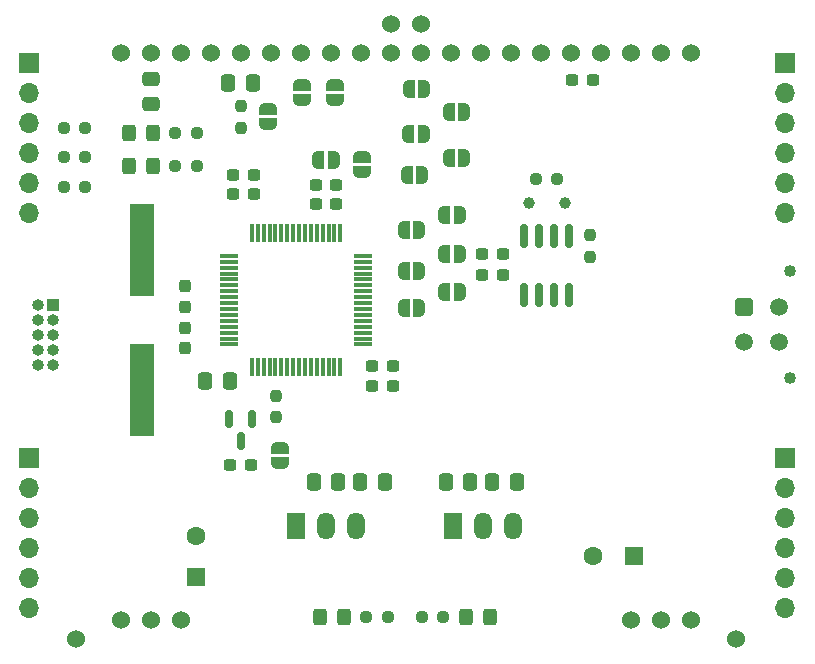
<source format=gbr>
%TF.GenerationSoftware,KiCad,Pcbnew,7.0.10*%
%TF.CreationDate,2024-04-14T19:03:43+02:00*%
%TF.ProjectId,DIC,4449432e-6b69-4636-9164-5f7063625858,rev?*%
%TF.SameCoordinates,Original*%
%TF.FileFunction,Soldermask,Bot*%
%TF.FilePolarity,Negative*%
%FSLAX46Y46*%
G04 Gerber Fmt 4.6, Leading zero omitted, Abs format (unit mm)*
G04 Created by KiCad (PCBNEW 7.0.10) date 2024-04-14 19:03:43*
%MOMM*%
%LPD*%
G01*
G04 APERTURE LIST*
G04 Aperture macros list*
%AMRoundRect*
0 Rectangle with rounded corners*
0 $1 Rounding radius*
0 $2 $3 $4 $5 $6 $7 $8 $9 X,Y pos of 4 corners*
0 Add a 4 corners polygon primitive as box body*
4,1,4,$2,$3,$4,$5,$6,$7,$8,$9,$2,$3,0*
0 Add four circle primitives for the rounded corners*
1,1,$1+$1,$2,$3*
1,1,$1+$1,$4,$5*
1,1,$1+$1,$6,$7*
1,1,$1+$1,$8,$9*
0 Add four rect primitives between the rounded corners*
20,1,$1+$1,$2,$3,$4,$5,0*
20,1,$1+$1,$4,$5,$6,$7,0*
20,1,$1+$1,$6,$7,$8,$9,0*
20,1,$1+$1,$8,$9,$2,$3,0*%
%AMFreePoly0*
4,1,19,0.500000,-0.750000,0.000000,-0.750000,0.000000,-0.744911,-0.071157,-0.744911,-0.207708,-0.704816,-0.327430,-0.627875,-0.420627,-0.520320,-0.479746,-0.390866,-0.500000,-0.250000,-0.500000,0.250000,-0.479746,0.390866,-0.420627,0.520320,-0.327430,0.627875,-0.207708,0.704816,-0.071157,0.744911,0.000000,0.744911,0.000000,0.750000,0.500000,0.750000,0.500000,-0.750000,0.500000,-0.750000,
$1*%
%AMFreePoly1*
4,1,19,0.000000,0.744911,0.071157,0.744911,0.207708,0.704816,0.327430,0.627875,0.420627,0.520320,0.479746,0.390866,0.500000,0.250000,0.500000,-0.250000,0.479746,-0.390866,0.420627,-0.520320,0.327430,-0.627875,0.207708,-0.704816,0.071157,-0.744911,0.000000,-0.744911,0.000000,-0.750000,-0.500000,-0.750000,-0.500000,0.750000,0.000000,0.750000,0.000000,0.744911,0.000000,0.744911,
$1*%
G04 Aperture macros list end*
%ADD10C,1.524000*%
%ADD11RoundRect,0.250000X0.475000X-0.337500X0.475000X0.337500X-0.475000X0.337500X-0.475000X-0.337500X0*%
%ADD12RoundRect,0.237500X-0.300000X-0.237500X0.300000X-0.237500X0.300000X0.237500X-0.300000X0.237500X0*%
%ADD13FreePoly0,90.000000*%
%ADD14FreePoly1,90.000000*%
%ADD15FreePoly0,270.000000*%
%ADD16FreePoly1,270.000000*%
%ADD17RoundRect,0.237500X-0.237500X0.250000X-0.237500X-0.250000X0.237500X-0.250000X0.237500X0.250000X0*%
%ADD18RoundRect,0.237500X0.250000X0.237500X-0.250000X0.237500X-0.250000X-0.237500X0.250000X-0.237500X0*%
%ADD19R,1.600000X1.600000*%
%ADD20C,1.600000*%
%ADD21RoundRect,0.250000X0.337500X0.475000X-0.337500X0.475000X-0.337500X-0.475000X0.337500X-0.475000X0*%
%ADD22RoundRect,0.150000X-0.150000X0.587500X-0.150000X-0.587500X0.150000X-0.587500X0.150000X0.587500X0*%
%ADD23RoundRect,0.237500X0.300000X0.237500X-0.300000X0.237500X-0.300000X-0.237500X0.300000X-0.237500X0*%
%ADD24RoundRect,0.250000X-0.337500X-0.475000X0.337500X-0.475000X0.337500X0.475000X-0.337500X0.475000X0*%
%ADD25FreePoly0,0.000000*%
%ADD26FreePoly1,0.000000*%
%ADD27R,1.700000X1.700000*%
%ADD28O,1.700000X1.700000*%
%ADD29RoundRect,0.237500X-0.250000X-0.237500X0.250000X-0.237500X0.250000X0.237500X-0.250000X0.237500X0*%
%ADD30RoundRect,0.250000X0.325000X0.450000X-0.325000X0.450000X-0.325000X-0.450000X0.325000X-0.450000X0*%
%ADD31RoundRect,0.237500X0.237500X-0.300000X0.237500X0.300000X-0.237500X0.300000X-0.237500X-0.300000X0*%
%ADD32RoundRect,0.237500X0.237500X-0.250000X0.237500X0.250000X-0.237500X0.250000X-0.237500X-0.250000X0*%
%ADD33R,1.000000X1.000000*%
%ADD34O,1.000000X1.000000*%
%ADD35R,1.500000X2.300000*%
%ADD36O,1.500000X2.300000*%
%ADD37R,2.000000X7.875000*%
%ADD38RoundRect,0.150000X0.150000X-0.825000X0.150000X0.825000X-0.150000X0.825000X-0.150000X-0.825000X0*%
%ADD39C,1.020000*%
%ADD40RoundRect,0.250001X-0.499999X0.499999X-0.499999X-0.499999X0.499999X-0.499999X0.499999X0.499999X0*%
%ADD41C,1.500000*%
%ADD42C,1.000000*%
%ADD43RoundRect,0.237500X-0.237500X0.300000X-0.237500X-0.300000X0.237500X-0.300000X0.237500X0.300000X0*%
%ADD44RoundRect,0.250000X-0.325000X-0.450000X0.325000X-0.450000X0.325000X0.450000X-0.325000X0.450000X0*%
%ADD45RoundRect,0.075000X-0.700000X-0.075000X0.700000X-0.075000X0.700000X0.075000X-0.700000X0.075000X0*%
%ADD46RoundRect,0.075000X-0.075000X-0.700000X0.075000X-0.700000X0.075000X0.700000X-0.075000X0.700000X0*%
G04 APERTURE END LIST*
D10*
%TO.C,U6*%
X21717000Y-61159000D03*
X24257000Y-61159000D03*
X26797000Y-61159000D03*
X64897000Y-61159000D03*
X67437000Y-61159000D03*
X69977000Y-61159000D03*
X69977000Y-13199000D03*
X67437000Y-13199000D03*
X64897000Y-13199000D03*
X62357000Y-13199000D03*
X59817000Y-13199000D03*
X57277000Y-13199000D03*
X54737000Y-13199000D03*
X52197000Y-13199000D03*
X49657000Y-13199000D03*
X47117000Y-13199000D03*
X44577000Y-13199000D03*
X42037000Y-13199000D03*
X39497000Y-13199000D03*
X36957000Y-13199000D03*
X34417000Y-13199000D03*
X31877000Y-13199000D03*
X29337000Y-13199000D03*
X26797000Y-13199000D03*
X24257000Y-13199000D03*
X21717000Y-13199000D03*
%TD*%
%TO.C,U4*%
X44577000Y-10733000D03*
X47117000Y-10733000D03*
X17907000Y-62803000D03*
X73787000Y-62803000D03*
%TD*%
D11*
%TO.C,C19*%
X24257000Y-17485500D03*
X24257000Y-15410500D03*
%TD*%
D12*
%TO.C,C18*%
X52350500Y-30164000D03*
X54075500Y-30164000D03*
%TD*%
D13*
%TO.C,J3*%
X37084000Y-17160000D03*
D14*
X37084000Y-15860000D03*
%TD*%
D15*
%TO.C,J10*%
X35179000Y-46579000D03*
D16*
X35179000Y-47879000D03*
%TD*%
D17*
%TO.C,R3*%
X34885000Y-42209500D03*
X34885000Y-44034500D03*
%TD*%
D18*
%TO.C,R2*%
X28177500Y-19939000D03*
X26352500Y-19939000D03*
%TD*%
D19*
%TO.C,C21*%
X28067000Y-57531000D03*
D20*
X28067000Y-54031000D03*
%TD*%
D21*
%TO.C,C12*%
X30969500Y-40963000D03*
X28894500Y-40963000D03*
%TD*%
D22*
%TO.C,U2*%
X30927000Y-44164000D03*
X32827000Y-44164000D03*
X31877000Y-46039000D03*
%TD*%
D12*
%TO.C,C5*%
X31014500Y-48022500D03*
X32739500Y-48022500D03*
%TD*%
D23*
%TO.C,C6*%
X39978500Y-24322000D03*
X38253500Y-24322000D03*
%TD*%
D24*
%TO.C,C14*%
X38078500Y-49530000D03*
X40153500Y-49530000D03*
%TD*%
D12*
%TO.C,C17*%
X52350500Y-31942000D03*
X54075500Y-31942000D03*
%TD*%
D25*
%TO.C,J11*%
X38466000Y-22225000D03*
D26*
X39766000Y-22225000D03*
%TD*%
D21*
%TO.C,C11*%
X55245000Y-49530000D03*
X53170000Y-49530000D03*
%TD*%
D27*
%TO.C,J19*%
X14000000Y-47500000D03*
D28*
X14000000Y-50040000D03*
X14000000Y-52580000D03*
X14000000Y-55120000D03*
X14000000Y-57660000D03*
X14000000Y-60200000D03*
%TD*%
D29*
%TO.C,R1*%
X26352500Y-22733000D03*
X28177500Y-22733000D03*
%TD*%
D24*
%TO.C,C7*%
X49233000Y-49530000D03*
X51308000Y-49530000D03*
%TD*%
D30*
%TO.C,5VGood1*%
X52968000Y-60960000D03*
X50918000Y-60960000D03*
%TD*%
D31*
%TO.C,C2*%
X27178000Y-38142500D03*
X27178000Y-36417500D03*
%TD*%
D29*
%TO.C,R8*%
X16891000Y-24516000D03*
X18716000Y-24516000D03*
%TD*%
D25*
%TO.C,J5*%
X49134000Y-33401000D03*
D26*
X50434000Y-33401000D03*
%TD*%
D32*
%TO.C,R9*%
X31877000Y-19519500D03*
X31877000Y-17694500D03*
%TD*%
D13*
%TO.C,J4*%
X39878000Y-17160000D03*
D14*
X39878000Y-15860000D03*
%TD*%
D33*
%TO.C,JTAG1*%
X16002000Y-34544000D03*
D34*
X14732000Y-34544000D03*
X16002000Y-35814000D03*
X14732000Y-35814000D03*
X16002000Y-37084000D03*
X14732000Y-37084000D03*
X16002000Y-38354000D03*
X14732000Y-38354000D03*
X16002000Y-39624000D03*
X14732000Y-39624000D03*
%TD*%
D13*
%TO.C,J12*%
X42164000Y-23271000D03*
D14*
X42164000Y-21971000D03*
%TD*%
D13*
%TO.C,J17*%
X34163000Y-19192000D03*
D14*
X34163000Y-17892000D03*
%TD*%
D35*
%TO.C,U1*%
X49877000Y-53213000D03*
D36*
X52417000Y-53213000D03*
X54957000Y-53213000D03*
%TD*%
D30*
%TO.C,Error1*%
X24480000Y-19939000D03*
X22430000Y-19939000D03*
%TD*%
D21*
%TO.C,C15*%
X44090500Y-49530000D03*
X42015500Y-49530000D03*
%TD*%
D29*
%TO.C,R11*%
X56872500Y-23814000D03*
X58697500Y-23814000D03*
%TD*%
D37*
%TO.C,Y1*%
X23495000Y-29814500D03*
X23495000Y-41689500D03*
%TD*%
D27*
%TO.C,J22*%
X78000000Y-47500000D03*
D28*
X78000000Y-50040000D03*
X78000000Y-52580000D03*
X78000000Y-55120000D03*
X78000000Y-57660000D03*
X78000000Y-60200000D03*
%TD*%
D25*
%TO.C,J1*%
X45959000Y-23495000D03*
D26*
X47259000Y-23495000D03*
%TD*%
D21*
%TO.C,C20*%
X32914500Y-15686000D03*
X30839500Y-15686000D03*
%TD*%
D38*
%TO.C,U7*%
X59690000Y-33655000D03*
X58420000Y-33655000D03*
X57150000Y-33655000D03*
X55880000Y-33655000D03*
X55880000Y-28705000D03*
X57150000Y-28705000D03*
X58420000Y-28705000D03*
X59690000Y-28705000D03*
%TD*%
D32*
%TO.C,R10*%
X61468000Y-30441500D03*
X61468000Y-28616500D03*
%TD*%
D23*
%TO.C,C4*%
X32993500Y-25146000D03*
X31268500Y-25146000D03*
%TD*%
D25*
%TO.C,J2*%
X49530000Y-22098000D03*
D26*
X50830000Y-22098000D03*
%TD*%
D35*
%TO.C,U5*%
X36542000Y-53213000D03*
D36*
X39082000Y-53213000D03*
X41622000Y-53213000D03*
%TD*%
D39*
%TO.C,CAN1*%
X78410000Y-31657000D03*
X78410000Y-40657000D03*
D40*
X74470000Y-34657000D03*
D41*
X74470000Y-37657000D03*
X77470000Y-34657000D03*
X77470000Y-37657000D03*
%TD*%
D25*
%TO.C,J9*%
X46101000Y-16256000D03*
D26*
X47401000Y-16256000D03*
%TD*%
D18*
%TO.C,R7*%
X18716000Y-22006000D03*
X16891000Y-22006000D03*
%TD*%
D42*
%TO.C,TP2*%
X56259000Y-25846000D03*
%TD*%
D23*
%TO.C,C1*%
X32993500Y-23495000D03*
X31268500Y-23495000D03*
%TD*%
D30*
%TO.C,Heart1*%
X24480000Y-22733000D03*
X22430000Y-22733000D03*
%TD*%
D23*
%TO.C,C8*%
X39978500Y-25973000D03*
X38253500Y-25973000D03*
%TD*%
D43*
%TO.C,C3*%
X27178000Y-32919500D03*
X27178000Y-34644500D03*
%TD*%
D27*
%TO.C,J20*%
X78000000Y-14000000D03*
D28*
X78000000Y-16540000D03*
X78000000Y-19080000D03*
X78000000Y-21620000D03*
X78000000Y-24160000D03*
X78000000Y-26700000D03*
%TD*%
D25*
%TO.C,J15*%
X49134000Y-30226000D03*
D26*
X50434000Y-30226000D03*
%TD*%
D29*
%TO.C,R6*%
X42521500Y-60960000D03*
X44346500Y-60960000D03*
%TD*%
D25*
%TO.C,J14*%
X45705000Y-28194000D03*
D26*
X47005000Y-28194000D03*
%TD*%
D44*
%TO.C,3V3Good1*%
X38599000Y-60960000D03*
X40649000Y-60960000D03*
%TD*%
D25*
%TO.C,J13*%
X49134000Y-26924000D03*
D26*
X50434000Y-26924000D03*
%TD*%
D29*
%TO.C,R5*%
X16891000Y-19496000D03*
X18716000Y-19496000D03*
%TD*%
D25*
%TO.C,J8*%
X49530000Y-18161000D03*
D26*
X50830000Y-18161000D03*
%TD*%
D12*
%TO.C,C10*%
X43039500Y-39693000D03*
X44764500Y-39693000D03*
%TD*%
D25*
%TO.C,J7*%
X46086000Y-20066000D03*
D26*
X47386000Y-20066000D03*
%TD*%
D12*
%TO.C,C9*%
X43039500Y-41344000D03*
X44764500Y-41344000D03*
%TD*%
D42*
%TO.C,TP1*%
X59309000Y-25846000D03*
%TD*%
D25*
%TO.C,J16*%
X45705000Y-31623000D03*
D26*
X47005000Y-31623000D03*
%TD*%
D27*
%TO.C,J18*%
X14000000Y-14000000D03*
D28*
X14000000Y-16540000D03*
X14000000Y-19080000D03*
X14000000Y-21620000D03*
X14000000Y-24160000D03*
X14000000Y-26700000D03*
%TD*%
D18*
%TO.C,R4*%
X49045500Y-60960000D03*
X47220500Y-60960000D03*
%TD*%
D23*
%TO.C,C16*%
X61695500Y-15432000D03*
X59970500Y-15432000D03*
%TD*%
D45*
%TO.C,U3*%
X30901000Y-37851000D03*
X30901000Y-37351000D03*
X30901000Y-36851000D03*
X30901000Y-36351000D03*
X30901000Y-35851000D03*
X30901000Y-35351000D03*
X30901000Y-34851000D03*
X30901000Y-34351000D03*
X30901000Y-33851000D03*
X30901000Y-33351000D03*
X30901000Y-32851000D03*
X30901000Y-32351000D03*
X30901000Y-31851000D03*
X30901000Y-31351000D03*
X30901000Y-30851000D03*
X30901000Y-30351000D03*
D46*
X32826000Y-28426000D03*
X33326000Y-28426000D03*
X33826000Y-28426000D03*
X34326000Y-28426000D03*
X34826000Y-28426000D03*
X35326000Y-28426000D03*
X35826000Y-28426000D03*
X36326000Y-28426000D03*
X36826000Y-28426000D03*
X37326000Y-28426000D03*
X37826000Y-28426000D03*
X38326000Y-28426000D03*
X38826000Y-28426000D03*
X39326000Y-28426000D03*
X39826000Y-28426000D03*
X40326000Y-28426000D03*
D45*
X42251000Y-30351000D03*
X42251000Y-30851000D03*
X42251000Y-31351000D03*
X42251000Y-31851000D03*
X42251000Y-32351000D03*
X42251000Y-32851000D03*
X42251000Y-33351000D03*
X42251000Y-33851000D03*
X42251000Y-34351000D03*
X42251000Y-34851000D03*
X42251000Y-35351000D03*
X42251000Y-35851000D03*
X42251000Y-36351000D03*
X42251000Y-36851000D03*
X42251000Y-37351000D03*
X42251000Y-37851000D03*
D46*
X40326000Y-39776000D03*
X39826000Y-39776000D03*
X39326000Y-39776000D03*
X38826000Y-39776000D03*
X38326000Y-39776000D03*
X37826000Y-39776000D03*
X37326000Y-39776000D03*
X36826000Y-39776000D03*
X36326000Y-39776000D03*
X35826000Y-39776000D03*
X35326000Y-39776000D03*
X34826000Y-39776000D03*
X34326000Y-39776000D03*
X33826000Y-39776000D03*
X33326000Y-39776000D03*
X32826000Y-39776000D03*
%TD*%
D19*
%TO.C,C13*%
X65222000Y-55753000D03*
D20*
X61722000Y-55753000D03*
%TD*%
D25*
%TO.C,J6*%
X45705000Y-34798000D03*
D26*
X47005000Y-34798000D03*
%TD*%
M02*

</source>
